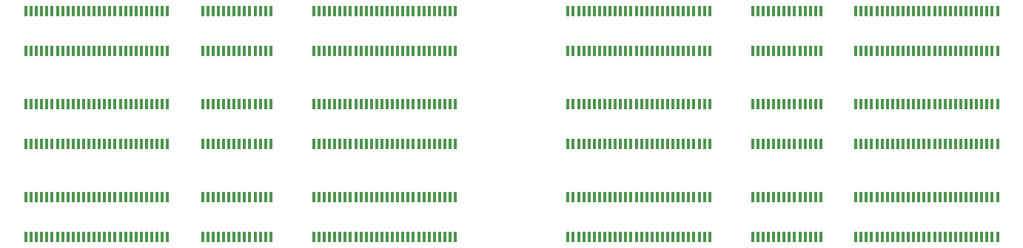
<source format=gbr>
%TF.GenerationSoftware,KiCad,Pcbnew,8.0.2*%
%TF.CreationDate,2024-05-21T15:52:10+02:00*%
%TF.ProjectId,HYDRA_VMM3_Adapter,48594452-415f-4564-9d4d-335f41646170,0*%
%TF.SameCoordinates,Original*%
%TF.FileFunction,Paste,Bot*%
%TF.FilePolarity,Positive*%
%FSLAX46Y46*%
G04 Gerber Fmt 4.6, Leading zero omitted, Abs format (unit mm)*
G04 Created by KiCad (PCBNEW 8.0.2) date 2024-05-21 15:52:10*
%MOMM*%
%LPD*%
G01*
G04 APERTURE LIST*
%ADD10R,0.350000X1.200000*%
G04 APERTURE END LIST*
D10*
%TO.C,J1*%
X162240000Y-53310000D03*
X161640000Y-53310000D03*
X161040000Y-53310000D03*
X160440000Y-53310000D03*
X159840000Y-53310000D03*
X159240000Y-53310000D03*
X158640000Y-53310000D03*
X158040000Y-53310000D03*
X157440000Y-53310000D03*
X156840000Y-53310000D03*
X156240000Y-53310000D03*
X155640000Y-53310000D03*
X155040000Y-53310000D03*
X154440000Y-53310000D03*
X153840000Y-53310000D03*
X153240000Y-53310000D03*
X152640000Y-53310000D03*
X152040000Y-53310000D03*
X151440000Y-53310000D03*
X150840000Y-53310000D03*
X150240000Y-53310000D03*
X149640000Y-53310000D03*
X149040000Y-53310000D03*
X148440000Y-53310000D03*
X147840000Y-53310000D03*
X147240000Y-53310000D03*
X146640000Y-53310000D03*
X146040000Y-53310000D03*
X142030000Y-53310000D03*
X141430000Y-53310000D03*
X140830000Y-53310000D03*
X140230000Y-53310000D03*
X139630000Y-53310000D03*
X139030000Y-53310000D03*
X138430000Y-53310000D03*
X137830000Y-53310000D03*
X137230000Y-53310000D03*
X136630000Y-53310000D03*
X136030000Y-53310000D03*
X135430000Y-53310000D03*
X134830000Y-53310000D03*
X134230000Y-53310000D03*
X129320000Y-53310000D03*
X128720000Y-53310000D03*
X128120000Y-53310000D03*
X127520000Y-53310000D03*
X126920000Y-53310000D03*
X126320000Y-53310000D03*
X125720000Y-53310000D03*
X125120000Y-53310000D03*
X124520000Y-53310000D03*
X123920000Y-53310000D03*
X123320000Y-53310000D03*
X122720000Y-53310000D03*
X122120000Y-53310000D03*
X121520000Y-53310000D03*
X120920000Y-53310000D03*
X120320000Y-53310000D03*
X119720000Y-53310000D03*
X119120000Y-53310000D03*
X118520000Y-53310000D03*
X117920000Y-53310000D03*
X117320000Y-53310000D03*
X116720000Y-53310000D03*
X116120000Y-53310000D03*
X115520000Y-53310000D03*
X114920000Y-53310000D03*
X114320000Y-53310000D03*
X113720000Y-53310000D03*
X113120000Y-53310000D03*
X162240000Y-57910000D03*
X161640000Y-57910000D03*
X161040000Y-57910000D03*
X160440000Y-57910000D03*
X159840000Y-57910000D03*
X159240000Y-57910000D03*
X158640000Y-57910000D03*
X158040000Y-57910000D03*
X157440000Y-57910000D03*
X156840000Y-57910000D03*
X156240000Y-57910000D03*
X155640000Y-57910000D03*
X155040000Y-57910000D03*
X154440000Y-57910000D03*
X153840000Y-57910000D03*
X153240000Y-57910000D03*
X152640000Y-57910000D03*
X152040000Y-57910000D03*
X151440000Y-57910000D03*
X150840000Y-57910000D03*
X150240000Y-57910000D03*
X149640000Y-57910000D03*
X149040000Y-57910000D03*
X148440000Y-57910000D03*
X147840000Y-57910000D03*
X147240000Y-57910000D03*
X146640000Y-57910000D03*
X146040000Y-57910000D03*
X142030000Y-57910000D03*
X141430000Y-57910000D03*
X140830000Y-57910000D03*
X140230000Y-57910000D03*
X139630000Y-57910000D03*
X139030000Y-57910000D03*
X138430000Y-57910000D03*
X137830000Y-57910000D03*
X137230000Y-57910000D03*
X136630000Y-57910000D03*
X136030000Y-57910000D03*
X135430000Y-57910000D03*
X134830000Y-57910000D03*
X134230000Y-57910000D03*
X129320000Y-57910000D03*
X128720000Y-57910000D03*
X128120000Y-57910000D03*
X127520000Y-57910000D03*
X126920000Y-57910000D03*
X126320000Y-57910000D03*
X125720000Y-57910000D03*
X125120000Y-57910000D03*
X124520000Y-57910000D03*
X123920000Y-57910000D03*
X123320000Y-57910000D03*
X122720000Y-57910000D03*
X122120000Y-57910000D03*
X121520000Y-57910000D03*
X120920000Y-57910000D03*
X120320000Y-57910000D03*
X119720000Y-57910000D03*
X119120000Y-57910000D03*
X118520000Y-57910000D03*
X117920000Y-57910000D03*
X117320000Y-57910000D03*
X116720000Y-57910000D03*
X116120000Y-57910000D03*
X115520000Y-57910000D03*
X114920000Y-57910000D03*
X114320000Y-57910000D03*
X113720000Y-57910000D03*
X113120000Y-57910000D03*
%TD*%
%TO.C,J6*%
X51110000Y-79230000D03*
X51710000Y-79230000D03*
X52310000Y-79230000D03*
X52910000Y-79230000D03*
X53510000Y-79230000D03*
X54110000Y-79230000D03*
X54710000Y-79230000D03*
X55310000Y-79230000D03*
X55910000Y-79230000D03*
X56510000Y-79230000D03*
X57110000Y-79230000D03*
X57710000Y-79230000D03*
X58310000Y-79230000D03*
X58910000Y-79230000D03*
X59510000Y-79230000D03*
X60110000Y-79230000D03*
X60710000Y-79230000D03*
X61310000Y-79230000D03*
X61910000Y-79230000D03*
X62510000Y-79230000D03*
X63110000Y-79230000D03*
X63710000Y-79230000D03*
X64310000Y-79230000D03*
X64910000Y-79230000D03*
X65510000Y-79230000D03*
X66110000Y-79230000D03*
X66710000Y-79230000D03*
X67310000Y-79230000D03*
X71320000Y-79230000D03*
X71920000Y-79230000D03*
X72520000Y-79230000D03*
X73120000Y-79230000D03*
X73720000Y-79230000D03*
X74320000Y-79230000D03*
X74920000Y-79230000D03*
X75520000Y-79230000D03*
X76120000Y-79230000D03*
X76720000Y-79230000D03*
X77320000Y-79230000D03*
X77920000Y-79230000D03*
X78520000Y-79230000D03*
X79120000Y-79230000D03*
X84030000Y-79230000D03*
X84630000Y-79230000D03*
X85230000Y-79230000D03*
X85830000Y-79230000D03*
X86430000Y-79230000D03*
X87030000Y-79230000D03*
X87630000Y-79230000D03*
X88230000Y-79230000D03*
X88830000Y-79230000D03*
X89430000Y-79230000D03*
X90030000Y-79230000D03*
X90630000Y-79230000D03*
X91230000Y-79230000D03*
X91830000Y-79230000D03*
X92430000Y-79230000D03*
X93030000Y-79230000D03*
X93630000Y-79230000D03*
X94230000Y-79230000D03*
X94830000Y-79230000D03*
X95430000Y-79230000D03*
X96030000Y-79230000D03*
X96630000Y-79230000D03*
X97230000Y-79230000D03*
X97830000Y-79230000D03*
X98430000Y-79230000D03*
X99030000Y-79230000D03*
X99630000Y-79230000D03*
X100230000Y-79230000D03*
X51110000Y-74630000D03*
X51710000Y-74630000D03*
X52310000Y-74630000D03*
X52910000Y-74630000D03*
X53510000Y-74630000D03*
X54110000Y-74630000D03*
X54710000Y-74630000D03*
X55310000Y-74630000D03*
X55910000Y-74630000D03*
X56510000Y-74630000D03*
X57110000Y-74630000D03*
X57710000Y-74630000D03*
X58310000Y-74630000D03*
X58910000Y-74630000D03*
X59510000Y-74630000D03*
X60110000Y-74630000D03*
X60710000Y-74630000D03*
X61310000Y-74630000D03*
X61910000Y-74630000D03*
X62510000Y-74630000D03*
X63110000Y-74630000D03*
X63710000Y-74630000D03*
X64310000Y-74630000D03*
X64910000Y-74630000D03*
X65510000Y-74630000D03*
X66110000Y-74630000D03*
X66710000Y-74630000D03*
X67310000Y-74630000D03*
X71320000Y-74630000D03*
X71920000Y-74630000D03*
X72520000Y-74630000D03*
X73120000Y-74630000D03*
X73720000Y-74630000D03*
X74320000Y-74630000D03*
X74920000Y-74630000D03*
X75520000Y-74630000D03*
X76120000Y-74630000D03*
X76720000Y-74630000D03*
X77320000Y-74630000D03*
X77920000Y-74630000D03*
X78520000Y-74630000D03*
X79120000Y-74630000D03*
X84030000Y-74630000D03*
X84630000Y-74630000D03*
X85230000Y-74630000D03*
X85830000Y-74630000D03*
X86430000Y-74630000D03*
X87030000Y-74630000D03*
X87630000Y-74630000D03*
X88230000Y-74630000D03*
X88830000Y-74630000D03*
X89430000Y-74630000D03*
X90030000Y-74630000D03*
X90630000Y-74630000D03*
X91230000Y-74630000D03*
X91830000Y-74630000D03*
X92430000Y-74630000D03*
X93030000Y-74630000D03*
X93630000Y-74630000D03*
X94230000Y-74630000D03*
X94830000Y-74630000D03*
X95430000Y-74630000D03*
X96030000Y-74630000D03*
X96630000Y-74630000D03*
X97230000Y-74630000D03*
X97830000Y-74630000D03*
X98430000Y-74630000D03*
X99030000Y-74630000D03*
X99630000Y-74630000D03*
X100230000Y-74630000D03*
%TD*%
%TO.C,J2*%
X162240000Y-63970000D03*
X161640000Y-63970000D03*
X161040000Y-63970000D03*
X160440000Y-63970000D03*
X159840000Y-63970000D03*
X159240000Y-63970000D03*
X158640000Y-63970000D03*
X158040000Y-63970000D03*
X157440000Y-63970000D03*
X156840000Y-63970000D03*
X156240000Y-63970000D03*
X155640000Y-63970000D03*
X155040000Y-63970000D03*
X154440000Y-63970000D03*
X153840000Y-63970000D03*
X153240000Y-63970000D03*
X152640000Y-63970000D03*
X152040000Y-63970000D03*
X151440000Y-63970000D03*
X150840000Y-63970000D03*
X150240000Y-63970000D03*
X149640000Y-63970000D03*
X149040000Y-63970000D03*
X148440000Y-63970000D03*
X147840000Y-63970000D03*
X147240000Y-63970000D03*
X146640000Y-63970000D03*
X146040000Y-63970000D03*
X142030000Y-63970000D03*
X141430000Y-63970000D03*
X140830000Y-63970000D03*
X140230000Y-63970000D03*
X139630000Y-63970000D03*
X139030000Y-63970000D03*
X138430000Y-63970000D03*
X137830000Y-63970000D03*
X137230000Y-63970000D03*
X136630000Y-63970000D03*
X136030000Y-63970000D03*
X135430000Y-63970000D03*
X134830000Y-63970000D03*
X134230000Y-63970000D03*
X129320000Y-63970000D03*
X128720000Y-63970000D03*
X128120000Y-63970000D03*
X127520000Y-63970000D03*
X126920000Y-63970000D03*
X126320000Y-63970000D03*
X125720000Y-63970000D03*
X125120000Y-63970000D03*
X124520000Y-63970000D03*
X123920000Y-63970000D03*
X123320000Y-63970000D03*
X122720000Y-63970000D03*
X122120000Y-63970000D03*
X121520000Y-63970000D03*
X120920000Y-63970000D03*
X120320000Y-63970000D03*
X119720000Y-63970000D03*
X119120000Y-63970000D03*
X118520000Y-63970000D03*
X117920000Y-63970000D03*
X117320000Y-63970000D03*
X116720000Y-63970000D03*
X116120000Y-63970000D03*
X115520000Y-63970000D03*
X114920000Y-63970000D03*
X114320000Y-63970000D03*
X113720000Y-63970000D03*
X113120000Y-63970000D03*
X162240000Y-68570000D03*
X161640000Y-68570000D03*
X161040000Y-68570000D03*
X160440000Y-68570000D03*
X159840000Y-68570000D03*
X159240000Y-68570000D03*
X158640000Y-68570000D03*
X158040000Y-68570000D03*
X157440000Y-68570000D03*
X156840000Y-68570000D03*
X156240000Y-68570000D03*
X155640000Y-68570000D03*
X155040000Y-68570000D03*
X154440000Y-68570000D03*
X153840000Y-68570000D03*
X153240000Y-68570000D03*
X152640000Y-68570000D03*
X152040000Y-68570000D03*
X151440000Y-68570000D03*
X150840000Y-68570000D03*
X150240000Y-68570000D03*
X149640000Y-68570000D03*
X149040000Y-68570000D03*
X148440000Y-68570000D03*
X147840000Y-68570000D03*
X147240000Y-68570000D03*
X146640000Y-68570000D03*
X146040000Y-68570000D03*
X142030000Y-68570000D03*
X141430000Y-68570000D03*
X140830000Y-68570000D03*
X140230000Y-68570000D03*
X139630000Y-68570000D03*
X139030000Y-68570000D03*
X138430000Y-68570000D03*
X137830000Y-68570000D03*
X137230000Y-68570000D03*
X136630000Y-68570000D03*
X136030000Y-68570000D03*
X135430000Y-68570000D03*
X134830000Y-68570000D03*
X134230000Y-68570000D03*
X129320000Y-68570000D03*
X128720000Y-68570000D03*
X128120000Y-68570000D03*
X127520000Y-68570000D03*
X126920000Y-68570000D03*
X126320000Y-68570000D03*
X125720000Y-68570000D03*
X125120000Y-68570000D03*
X124520000Y-68570000D03*
X123920000Y-68570000D03*
X123320000Y-68570000D03*
X122720000Y-68570000D03*
X122120000Y-68570000D03*
X121520000Y-68570000D03*
X120920000Y-68570000D03*
X120320000Y-68570000D03*
X119720000Y-68570000D03*
X119120000Y-68570000D03*
X118520000Y-68570000D03*
X117920000Y-68570000D03*
X117320000Y-68570000D03*
X116720000Y-68570000D03*
X116120000Y-68570000D03*
X115520000Y-68570000D03*
X114920000Y-68570000D03*
X114320000Y-68570000D03*
X113720000Y-68570000D03*
X113120000Y-68570000D03*
%TD*%
%TO.C,J4*%
X51110000Y-57910000D03*
X51710000Y-57910000D03*
X52310000Y-57910000D03*
X52910000Y-57910000D03*
X53510000Y-57910000D03*
X54110000Y-57910000D03*
X54710000Y-57910000D03*
X55310000Y-57910000D03*
X55910000Y-57910000D03*
X56510000Y-57910000D03*
X57110000Y-57910000D03*
X57710000Y-57910000D03*
X58310000Y-57910000D03*
X58910000Y-57910000D03*
X59510000Y-57910000D03*
X60110000Y-57910000D03*
X60710000Y-57910000D03*
X61310000Y-57910000D03*
X61910000Y-57910000D03*
X62510000Y-57910000D03*
X63110000Y-57910000D03*
X63710000Y-57910000D03*
X64310000Y-57910000D03*
X64910000Y-57910000D03*
X65510000Y-57910000D03*
X66110000Y-57910000D03*
X66710000Y-57910000D03*
X67310000Y-57910000D03*
X71320000Y-57910000D03*
X71920000Y-57910000D03*
X72520000Y-57910000D03*
X73120000Y-57910000D03*
X73720000Y-57910000D03*
X74320000Y-57910000D03*
X74920000Y-57910000D03*
X75520000Y-57910000D03*
X76120000Y-57910000D03*
X76720000Y-57910000D03*
X77320000Y-57910000D03*
X77920000Y-57910000D03*
X78520000Y-57910000D03*
X79120000Y-57910000D03*
X84030000Y-57910000D03*
X84630000Y-57910000D03*
X85230000Y-57910000D03*
X85830000Y-57910000D03*
X86430000Y-57910000D03*
X87030000Y-57910000D03*
X87630000Y-57910000D03*
X88230000Y-57910000D03*
X88830000Y-57910000D03*
X89430000Y-57910000D03*
X90030000Y-57910000D03*
X90630000Y-57910000D03*
X91230000Y-57910000D03*
X91830000Y-57910000D03*
X92430000Y-57910000D03*
X93030000Y-57910000D03*
X93630000Y-57910000D03*
X94230000Y-57910000D03*
X94830000Y-57910000D03*
X95430000Y-57910000D03*
X96030000Y-57910000D03*
X96630000Y-57910000D03*
X97230000Y-57910000D03*
X97830000Y-57910000D03*
X98430000Y-57910000D03*
X99030000Y-57910000D03*
X99630000Y-57910000D03*
X100230000Y-57910000D03*
X51110000Y-53310000D03*
X51710000Y-53310000D03*
X52310000Y-53310000D03*
X52910000Y-53310000D03*
X53510000Y-53310000D03*
X54110000Y-53310000D03*
X54710000Y-53310000D03*
X55310000Y-53310000D03*
X55910000Y-53310000D03*
X56510000Y-53310000D03*
X57110000Y-53310000D03*
X57710000Y-53310000D03*
X58310000Y-53310000D03*
X58910000Y-53310000D03*
X59510000Y-53310000D03*
X60110000Y-53310000D03*
X60710000Y-53310000D03*
X61310000Y-53310000D03*
X61910000Y-53310000D03*
X62510000Y-53310000D03*
X63110000Y-53310000D03*
X63710000Y-53310000D03*
X64310000Y-53310000D03*
X64910000Y-53310000D03*
X65510000Y-53310000D03*
X66110000Y-53310000D03*
X66710000Y-53310000D03*
X67310000Y-53310000D03*
X71320000Y-53310000D03*
X71920000Y-53310000D03*
X72520000Y-53310000D03*
X73120000Y-53310000D03*
X73720000Y-53310000D03*
X74320000Y-53310000D03*
X74920000Y-53310000D03*
X75520000Y-53310000D03*
X76120000Y-53310000D03*
X76720000Y-53310000D03*
X77320000Y-53310000D03*
X77920000Y-53310000D03*
X78520000Y-53310000D03*
X79120000Y-53310000D03*
X84030000Y-53310000D03*
X84630000Y-53310000D03*
X85230000Y-53310000D03*
X85830000Y-53310000D03*
X86430000Y-53310000D03*
X87030000Y-53310000D03*
X87630000Y-53310000D03*
X88230000Y-53310000D03*
X88830000Y-53310000D03*
X89430000Y-53310000D03*
X90030000Y-53310000D03*
X90630000Y-53310000D03*
X91230000Y-53310000D03*
X91830000Y-53310000D03*
X92430000Y-53310000D03*
X93030000Y-53310000D03*
X93630000Y-53310000D03*
X94230000Y-53310000D03*
X94830000Y-53310000D03*
X95430000Y-53310000D03*
X96030000Y-53310000D03*
X96630000Y-53310000D03*
X97230000Y-53310000D03*
X97830000Y-53310000D03*
X98430000Y-53310000D03*
X99030000Y-53310000D03*
X99630000Y-53310000D03*
X100230000Y-53310000D03*
%TD*%
%TO.C,J3*%
X162240000Y-74630000D03*
X161640000Y-74630000D03*
X161040000Y-74630000D03*
X160440000Y-74630000D03*
X159840000Y-74630000D03*
X159240000Y-74630000D03*
X158640000Y-74630000D03*
X158040000Y-74630000D03*
X157440000Y-74630000D03*
X156840000Y-74630000D03*
X156240000Y-74630000D03*
X155640000Y-74630000D03*
X155040000Y-74630000D03*
X154440000Y-74630000D03*
X153840000Y-74630000D03*
X153240000Y-74630000D03*
X152640000Y-74630000D03*
X152040000Y-74630000D03*
X151440000Y-74630000D03*
X150840000Y-74630000D03*
X150240000Y-74630000D03*
X149640000Y-74630000D03*
X149040000Y-74630000D03*
X148440000Y-74630000D03*
X147840000Y-74630000D03*
X147240000Y-74630000D03*
X146640000Y-74630000D03*
X146040000Y-74630000D03*
X142030000Y-74630000D03*
X141430000Y-74630000D03*
X140830000Y-74630000D03*
X140230000Y-74630000D03*
X139630000Y-74630000D03*
X139030000Y-74630000D03*
X138430000Y-74630000D03*
X137830000Y-74630000D03*
X137230000Y-74630000D03*
X136630000Y-74630000D03*
X136030000Y-74630000D03*
X135430000Y-74630000D03*
X134830000Y-74630000D03*
X134230000Y-74630000D03*
X129320000Y-74630000D03*
X128720000Y-74630000D03*
X128120000Y-74630000D03*
X127520000Y-74630000D03*
X126920000Y-74630000D03*
X126320000Y-74630000D03*
X125720000Y-74630000D03*
X125120000Y-74630000D03*
X124520000Y-74630000D03*
X123920000Y-74630000D03*
X123320000Y-74630000D03*
X122720000Y-74630000D03*
X122120000Y-74630000D03*
X121520000Y-74630000D03*
X120920000Y-74630000D03*
X120320000Y-74630000D03*
X119720000Y-74630000D03*
X119120000Y-74630000D03*
X118520000Y-74630000D03*
X117920000Y-74630000D03*
X117320000Y-74630000D03*
X116720000Y-74630000D03*
X116120000Y-74630000D03*
X115520000Y-74630000D03*
X114920000Y-74630000D03*
X114320000Y-74630000D03*
X113720000Y-74630000D03*
X113120000Y-74630000D03*
X162240000Y-79230000D03*
X161640000Y-79230000D03*
X161040000Y-79230000D03*
X160440000Y-79230000D03*
X159840000Y-79230000D03*
X159240000Y-79230000D03*
X158640000Y-79230000D03*
X158040000Y-79230000D03*
X157440000Y-79230000D03*
X156840000Y-79230000D03*
X156240000Y-79230000D03*
X155640000Y-79230000D03*
X155040000Y-79230000D03*
X154440000Y-79230000D03*
X153840000Y-79230000D03*
X153240000Y-79230000D03*
X152640000Y-79230000D03*
X152040000Y-79230000D03*
X151440000Y-79230000D03*
X150840000Y-79230000D03*
X150240000Y-79230000D03*
X149640000Y-79230000D03*
X149040000Y-79230000D03*
X148440000Y-79230000D03*
X147840000Y-79230000D03*
X147240000Y-79230000D03*
X146640000Y-79230000D03*
X146040000Y-79230000D03*
X142030000Y-79230000D03*
X141430000Y-79230000D03*
X140830000Y-79230000D03*
X140230000Y-79230000D03*
X139630000Y-79230000D03*
X139030000Y-79230000D03*
X138430000Y-79230000D03*
X137830000Y-79230000D03*
X137230000Y-79230000D03*
X136630000Y-79230000D03*
X136030000Y-79230000D03*
X135430000Y-79230000D03*
X134830000Y-79230000D03*
X134230000Y-79230000D03*
X129320000Y-79230000D03*
X128720000Y-79230000D03*
X128120000Y-79230000D03*
X127520000Y-79230000D03*
X126920000Y-79230000D03*
X126320000Y-79230000D03*
X125720000Y-79230000D03*
X125120000Y-79230000D03*
X124520000Y-79230000D03*
X123920000Y-79230000D03*
X123320000Y-79230000D03*
X122720000Y-79230000D03*
X122120000Y-79230000D03*
X121520000Y-79230000D03*
X120920000Y-79230000D03*
X120320000Y-79230000D03*
X119720000Y-79230000D03*
X119120000Y-79230000D03*
X118520000Y-79230000D03*
X117920000Y-79230000D03*
X117320000Y-79230000D03*
X116720000Y-79230000D03*
X116120000Y-79230000D03*
X115520000Y-79230000D03*
X114920000Y-79230000D03*
X114320000Y-79230000D03*
X113720000Y-79230000D03*
X113120000Y-79230000D03*
%TD*%
%TO.C,J5*%
X51110000Y-68570000D03*
X51710000Y-68570000D03*
X52310000Y-68570000D03*
X52910000Y-68570000D03*
X53510000Y-68570000D03*
X54110000Y-68570000D03*
X54710000Y-68570000D03*
X55310000Y-68570000D03*
X55910000Y-68570000D03*
X56510000Y-68570000D03*
X57110000Y-68570000D03*
X57710000Y-68570000D03*
X58310000Y-68570000D03*
X58910000Y-68570000D03*
X59510000Y-68570000D03*
X60110000Y-68570000D03*
X60710000Y-68570000D03*
X61310000Y-68570000D03*
X61910000Y-68570000D03*
X62510000Y-68570000D03*
X63110000Y-68570000D03*
X63710000Y-68570000D03*
X64310000Y-68570000D03*
X64910000Y-68570000D03*
X65510000Y-68570000D03*
X66110000Y-68570000D03*
X66710000Y-68570000D03*
X67310000Y-68570000D03*
X71320000Y-68570000D03*
X71920000Y-68570000D03*
X72520000Y-68570000D03*
X73120000Y-68570000D03*
X73720000Y-68570000D03*
X74320000Y-68570000D03*
X74920000Y-68570000D03*
X75520000Y-68570000D03*
X76120000Y-68570000D03*
X76720000Y-68570000D03*
X77320000Y-68570000D03*
X77920000Y-68570000D03*
X78520000Y-68570000D03*
X79120000Y-68570000D03*
X84030000Y-68570000D03*
X84630000Y-68570000D03*
X85230000Y-68570000D03*
X85830000Y-68570000D03*
X86430000Y-68570000D03*
X87030000Y-68570000D03*
X87630000Y-68570000D03*
X88230000Y-68570000D03*
X88830000Y-68570000D03*
X89430000Y-68570000D03*
X90030000Y-68570000D03*
X90630000Y-68570000D03*
X91230000Y-68570000D03*
X91830000Y-68570000D03*
X92430000Y-68570000D03*
X93030000Y-68570000D03*
X93630000Y-68570000D03*
X94230000Y-68570000D03*
X94830000Y-68570000D03*
X95430000Y-68570000D03*
X96030000Y-68570000D03*
X96630000Y-68570000D03*
X97230000Y-68570000D03*
X97830000Y-68570000D03*
X98430000Y-68570000D03*
X99030000Y-68570000D03*
X99630000Y-68570000D03*
X100230000Y-68570000D03*
X51110000Y-63970000D03*
X51710000Y-63970000D03*
X52310000Y-63970000D03*
X52910000Y-63970000D03*
X53510000Y-63970000D03*
X54110000Y-63970000D03*
X54710000Y-63970000D03*
X55310000Y-63970000D03*
X55910000Y-63970000D03*
X56510000Y-63970000D03*
X57110000Y-63970000D03*
X57710000Y-63970000D03*
X58310000Y-63970000D03*
X58910000Y-63970000D03*
X59510000Y-63970000D03*
X60110000Y-63970000D03*
X60710000Y-63970000D03*
X61310000Y-63970000D03*
X61910000Y-63970000D03*
X62510000Y-63970000D03*
X63110000Y-63970000D03*
X63710000Y-63970000D03*
X64310000Y-63970000D03*
X64910000Y-63970000D03*
X65510000Y-63970000D03*
X66110000Y-63970000D03*
X66710000Y-63970000D03*
X67310000Y-63970000D03*
X71320000Y-63970000D03*
X71920000Y-63970000D03*
X72520000Y-63970000D03*
X73120000Y-63970000D03*
X73720000Y-63970000D03*
X74320000Y-63970000D03*
X74920000Y-63970000D03*
X75520000Y-63970000D03*
X76120000Y-63970000D03*
X76720000Y-63970000D03*
X77320000Y-63970000D03*
X77920000Y-63970000D03*
X78520000Y-63970000D03*
X79120000Y-63970000D03*
X84030000Y-63970000D03*
X84630000Y-63970000D03*
X85230000Y-63970000D03*
X85830000Y-63970000D03*
X86430000Y-63970000D03*
X87030000Y-63970000D03*
X87630000Y-63970000D03*
X88230000Y-63970000D03*
X88830000Y-63970000D03*
X89430000Y-63970000D03*
X90030000Y-63970000D03*
X90630000Y-63970000D03*
X91230000Y-63970000D03*
X91830000Y-63970000D03*
X92430000Y-63970000D03*
X93030000Y-63970000D03*
X93630000Y-63970000D03*
X94230000Y-63970000D03*
X94830000Y-63970000D03*
X95430000Y-63970000D03*
X96030000Y-63970000D03*
X96630000Y-63970000D03*
X97230000Y-63970000D03*
X97830000Y-63970000D03*
X98430000Y-63970000D03*
X99030000Y-63970000D03*
X99630000Y-63970000D03*
X100230000Y-63970000D03*
%TD*%
M02*

</source>
